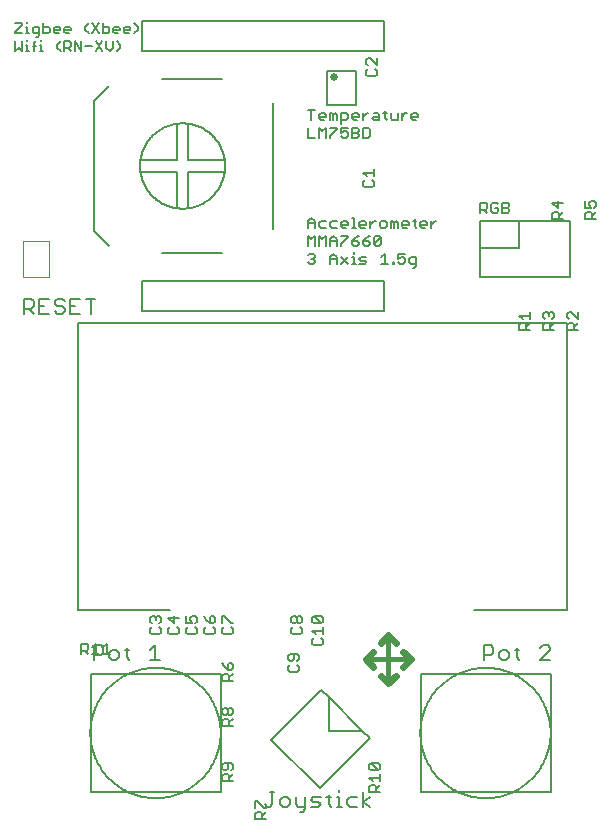
<source format=gto>
G75*
%MOIN*%
%OFA0B0*%
%FSLAX25Y25*%
%IPPOS*%
%LPD*%
%AMOC8*
5,1,8,0,0,1.08239X$1,22.5*
%
%ADD10C,0.00700*%
%ADD11C,0.01600*%
%ADD12C,0.02400*%
%ADD13C,0.00500*%
%ADD14C,0.02559*%
%ADD15C,0.00800*%
%ADD16C,0.00394*%
D10*
X0091350Y0008167D02*
X0092167Y0007350D01*
X0092985Y0007350D01*
X0093802Y0008167D01*
X0093802Y0012254D01*
X0092985Y0012254D02*
X0094619Y0012254D01*
X0097324Y0007350D02*
X0098958Y0007350D01*
X0099776Y0008167D01*
X0099776Y0009802D01*
X0098958Y0010619D01*
X0097324Y0010619D01*
X0096506Y0009802D01*
X0096506Y0008167D01*
X0097324Y0007350D01*
X0101663Y0010619D02*
X0101663Y0008167D01*
X0102480Y0007350D01*
X0104932Y0007350D01*
X0104932Y0010619D02*
X0104932Y0006533D01*
X0104115Y0005715D01*
X0103298Y0005715D01*
X0106819Y0007350D02*
X0109271Y0007350D01*
X0110089Y0008167D01*
X0109271Y0008985D01*
X0107637Y0008985D01*
X0106819Y0009802D01*
X0107637Y0010619D01*
X0110089Y0010619D01*
X0112793Y0011437D02*
X0112793Y0008167D01*
X0113610Y0007350D01*
X0113610Y0010619D02*
X0111976Y0010619D01*
X0115413Y0010619D02*
X0116231Y0010619D01*
X0116231Y0007350D01*
X0117048Y0007350D02*
X0115413Y0007350D01*
X0116231Y0012254D02*
X0116231Y0013072D01*
X0122120Y0010619D02*
X0119668Y0010619D01*
X0118851Y0009802D01*
X0118851Y0008167D01*
X0119668Y0007350D01*
X0122120Y0007350D01*
X0124007Y0007350D02*
X0124007Y0012254D01*
X0126459Y0007350D02*
X0124007Y0008985D01*
X0126459Y0010619D01*
X0034350Y0056350D02*
X0034350Y0061254D01*
X0036802Y0061254D01*
X0037619Y0060437D01*
X0037619Y0058802D01*
X0036802Y0057985D01*
X0034350Y0057985D01*
X0040324Y0056350D02*
X0041958Y0056350D01*
X0042776Y0057167D01*
X0042776Y0058802D01*
X0041958Y0059619D01*
X0040324Y0059619D01*
X0039506Y0058802D01*
X0039506Y0057167D01*
X0040324Y0056350D01*
X0045480Y0060437D02*
X0045480Y0057167D01*
X0046298Y0056350D01*
X0046298Y0059619D02*
X0044663Y0059619D01*
X0053257Y0059619D02*
X0054892Y0061254D01*
X0054892Y0056350D01*
X0056526Y0056350D02*
X0053257Y0056350D01*
X0164350Y0056350D02*
X0164350Y0061254D01*
X0166802Y0061254D01*
X0167619Y0060437D01*
X0167619Y0058802D01*
X0166802Y0057985D01*
X0164350Y0057985D01*
X0170324Y0056350D02*
X0171958Y0056350D01*
X0172776Y0057167D01*
X0172776Y0058802D01*
X0171958Y0059619D01*
X0170324Y0059619D01*
X0169506Y0058802D01*
X0169506Y0057167D01*
X0170324Y0056350D01*
X0175480Y0060437D02*
X0175480Y0057167D01*
X0176298Y0056350D01*
X0176298Y0059619D02*
X0174663Y0059619D01*
X0186526Y0056350D02*
X0183257Y0056350D01*
X0186526Y0059619D01*
X0186526Y0060437D01*
X0185709Y0061254D01*
X0184074Y0061254D01*
X0183257Y0060437D01*
X0011068Y0171750D02*
X0011068Y0176654D01*
X0013520Y0176654D01*
X0014337Y0175837D01*
X0014337Y0174202D01*
X0013520Y0173385D01*
X0011068Y0173385D01*
X0012703Y0173385D02*
X0014337Y0171750D01*
X0019494Y0176654D02*
X0016224Y0176654D01*
X0016224Y0171750D01*
X0019494Y0171750D01*
X0017859Y0174202D02*
X0016224Y0174202D01*
X0024650Y0175837D02*
X0023833Y0176654D01*
X0022198Y0176654D01*
X0021381Y0175837D01*
X0021381Y0175019D01*
X0022198Y0174202D01*
X0023833Y0174202D01*
X0024650Y0173385D01*
X0024650Y0172567D01*
X0023833Y0171750D01*
X0022198Y0171750D01*
X0021381Y0172567D01*
X0029807Y0176654D02*
X0026537Y0176654D01*
X0026537Y0171750D01*
X0029807Y0171750D01*
X0028172Y0174202D02*
X0026537Y0174202D01*
X0033328Y0171750D02*
X0033328Y0176654D01*
X0031694Y0176654D02*
X0034963Y0176654D01*
D11*
X0132500Y0064500D02*
X0132500Y0048500D01*
X0125000Y0056500D02*
X0140000Y0056500D01*
D12*
X0127500Y0059000D02*
X0125000Y0056500D01*
X0127500Y0054000D01*
X0137500Y0059000D02*
X0140000Y0056500D01*
X0137500Y0054000D01*
X0130000Y0051000D02*
X0132500Y0048500D01*
X0135000Y0051000D01*
X0130000Y0062000D02*
X0132500Y0064500D01*
X0135000Y0062000D01*
D13*
X0106918Y0236250D02*
X0106918Y0239753D01*
X0108085Y0239753D02*
X0105750Y0239753D01*
X0111185Y0236250D02*
X0110017Y0236250D01*
X0109433Y0236834D01*
X0109433Y0238001D01*
X0110017Y0238585D01*
X0111185Y0238585D01*
X0111768Y0238001D01*
X0111768Y0237418D01*
X0109433Y0237418D01*
X0113116Y0236250D02*
X0113116Y0238585D01*
X0113700Y0238585D01*
X0114284Y0238001D01*
X0114284Y0236250D01*
X0114284Y0238001D02*
X0114868Y0238585D01*
X0115452Y0238001D01*
X0115452Y0236250D01*
X0116799Y0235082D02*
X0116799Y0238585D01*
X0118551Y0238585D01*
X0119135Y0238001D01*
X0119135Y0236834D01*
X0118551Y0236250D01*
X0116799Y0236250D01*
X0122234Y0236250D02*
X0121066Y0236250D01*
X0120483Y0236834D01*
X0120483Y0238001D01*
X0121066Y0238585D01*
X0122234Y0238585D01*
X0122818Y0238001D01*
X0122818Y0237418D01*
X0120483Y0237418D01*
X0124166Y0236250D02*
X0124166Y0238585D01*
X0124166Y0237418D02*
X0125333Y0238585D01*
X0125917Y0238585D01*
X0127819Y0238585D02*
X0128986Y0238585D01*
X0129570Y0238001D01*
X0129570Y0236250D01*
X0127819Y0236250D01*
X0127235Y0236834D01*
X0127819Y0237418D01*
X0129570Y0237418D01*
X0131502Y0239169D02*
X0131502Y0236834D01*
X0132086Y0236250D01*
X0132086Y0238585D02*
X0130918Y0238585D01*
X0133374Y0238585D02*
X0133374Y0236834D01*
X0133957Y0236250D01*
X0135709Y0236250D01*
X0135709Y0238585D01*
X0137057Y0238585D02*
X0137057Y0236250D01*
X0137057Y0237418D02*
X0138224Y0238585D01*
X0138808Y0238585D01*
X0141877Y0236250D02*
X0140710Y0236250D01*
X0140126Y0236834D01*
X0140126Y0238001D01*
X0140710Y0238585D01*
X0141877Y0238585D01*
X0142461Y0238001D01*
X0142461Y0237418D01*
X0140126Y0237418D01*
X0105750Y0233753D02*
X0105750Y0230250D01*
X0108085Y0230250D01*
X0109433Y0230250D02*
X0109433Y0233753D01*
X0110601Y0232585D01*
X0111768Y0233753D01*
X0111768Y0230250D01*
X0113116Y0233753D02*
X0115452Y0233753D01*
X0115452Y0233169D01*
X0113116Y0230834D01*
X0113116Y0230250D01*
X0119135Y0233753D02*
X0116799Y0233753D01*
X0116799Y0232001D01*
X0117967Y0232585D01*
X0118551Y0232585D01*
X0119135Y0232001D01*
X0119135Y0230834D01*
X0118551Y0230250D01*
X0117383Y0230250D01*
X0116799Y0230834D01*
X0120483Y0230250D02*
X0120483Y0233753D01*
X0122234Y0233753D01*
X0122818Y0233169D01*
X0122818Y0232585D01*
X0122234Y0232001D01*
X0122818Y0231418D01*
X0122818Y0230834D01*
X0122234Y0230250D01*
X0120483Y0230250D01*
X0120483Y0232001D02*
X0122234Y0232001D01*
X0124166Y0233753D02*
X0124166Y0230250D01*
X0125917Y0230250D01*
X0126501Y0230834D01*
X0126501Y0233169D01*
X0125917Y0233753D01*
X0124166Y0233753D01*
X0105750Y0200250D02*
X0105750Y0202585D01*
X0106918Y0203753D01*
X0108085Y0202585D01*
X0108085Y0200250D01*
X0108085Y0202001D02*
X0105750Y0202001D01*
X0111768Y0202585D02*
X0110017Y0202585D01*
X0109433Y0202001D01*
X0109433Y0200834D01*
X0110017Y0200250D01*
X0111768Y0200250D01*
X0115452Y0202585D02*
X0113700Y0202585D01*
X0113116Y0202001D01*
X0113116Y0200834D01*
X0113700Y0200250D01*
X0115452Y0200250D01*
X0118551Y0200250D02*
X0117383Y0200250D01*
X0116799Y0200834D01*
X0116799Y0202001D01*
X0117383Y0202585D01*
X0118551Y0202585D01*
X0119135Y0202001D01*
X0119135Y0201418D01*
X0116799Y0201418D01*
X0120483Y0203753D02*
X0121066Y0203753D01*
X0121066Y0200250D01*
X0120483Y0200250D02*
X0121650Y0200250D01*
X0124689Y0200250D02*
X0123522Y0200250D01*
X0122938Y0200834D01*
X0122938Y0202001D01*
X0123522Y0202585D01*
X0124689Y0202585D01*
X0125273Y0202001D01*
X0125273Y0201418D01*
X0122938Y0201418D01*
X0126621Y0200250D02*
X0126621Y0202585D01*
X0126621Y0201418D02*
X0127789Y0202585D01*
X0128373Y0202585D01*
X0130274Y0200250D02*
X0131442Y0200250D01*
X0132026Y0200834D01*
X0132026Y0202001D01*
X0131442Y0202585D01*
X0130274Y0202585D01*
X0129690Y0202001D01*
X0129690Y0200834D01*
X0130274Y0200250D01*
X0133374Y0200250D02*
X0133374Y0202585D01*
X0133957Y0202585D01*
X0134541Y0202001D01*
X0134541Y0200250D01*
X0134541Y0202001D02*
X0135125Y0202585D01*
X0135709Y0202001D01*
X0135709Y0200250D01*
X0138808Y0200250D02*
X0137641Y0200250D01*
X0137057Y0200834D01*
X0137057Y0202001D01*
X0137641Y0202585D01*
X0138808Y0202585D01*
X0139392Y0202001D01*
X0139392Y0201418D01*
X0137057Y0201418D01*
X0141324Y0203169D02*
X0141324Y0200834D01*
X0141908Y0200250D01*
X0141908Y0202585D02*
X0140740Y0202585D01*
X0144947Y0200250D02*
X0143779Y0200250D01*
X0143195Y0200834D01*
X0143195Y0202001D01*
X0143779Y0202585D01*
X0144947Y0202585D01*
X0145531Y0202001D01*
X0145531Y0201418D01*
X0143195Y0201418D01*
X0146878Y0200250D02*
X0146878Y0202585D01*
X0146878Y0201418D02*
X0148046Y0202585D01*
X0148630Y0202585D01*
X0105750Y0194250D02*
X0105750Y0197753D01*
X0106918Y0196585D01*
X0108085Y0197753D01*
X0108085Y0194250D01*
X0109433Y0194250D02*
X0109433Y0197753D01*
X0110601Y0196585D01*
X0111768Y0197753D01*
X0111768Y0194250D01*
X0113116Y0194250D02*
X0113116Y0196585D01*
X0114284Y0197753D01*
X0115452Y0196585D01*
X0115452Y0194250D01*
X0115452Y0196001D02*
X0113116Y0196001D01*
X0116799Y0197753D02*
X0119135Y0197753D01*
X0119135Y0197169D01*
X0116799Y0194834D01*
X0116799Y0194250D01*
X0122818Y0197753D02*
X0121650Y0197169D01*
X0120483Y0196001D01*
X0120483Y0194834D01*
X0121066Y0194250D01*
X0122234Y0194250D01*
X0122818Y0194834D01*
X0122818Y0195418D01*
X0122234Y0196001D01*
X0120483Y0196001D01*
X0126501Y0197753D02*
X0125333Y0197169D01*
X0124166Y0196001D01*
X0124166Y0194834D01*
X0124750Y0194250D01*
X0125917Y0194250D01*
X0126501Y0194834D01*
X0126501Y0195418D01*
X0125917Y0196001D01*
X0124166Y0196001D01*
X0127849Y0194834D02*
X0127849Y0197169D01*
X0128433Y0197753D01*
X0129600Y0197753D01*
X0130184Y0197169D01*
X0130184Y0194834D01*
X0129600Y0194250D01*
X0128433Y0194250D01*
X0127849Y0194834D01*
X0130184Y0197169D01*
X0105750Y0191169D02*
X0106334Y0191753D01*
X0107501Y0191753D01*
X0108085Y0191169D01*
X0108085Y0190585D01*
X0107501Y0190001D01*
X0106918Y0190001D01*
X0107501Y0190001D02*
X0108085Y0189418D01*
X0108085Y0188834D01*
X0107501Y0188250D01*
X0106334Y0188250D01*
X0105750Y0188834D01*
X0113116Y0188250D02*
X0113116Y0190585D01*
X0114284Y0191753D01*
X0115452Y0190585D01*
X0115452Y0188250D01*
X0115452Y0190001D02*
X0113116Y0190001D01*
X0116799Y0190585D02*
X0119135Y0188250D01*
X0119135Y0190585D02*
X0116799Y0188250D01*
X0120483Y0190585D02*
X0121066Y0190585D01*
X0121066Y0188250D01*
X0120483Y0188250D02*
X0121650Y0188250D01*
X0121066Y0191753D02*
X0121066Y0192337D01*
X0122938Y0188250D02*
X0124689Y0188250D01*
X0125273Y0188834D01*
X0124689Y0189418D01*
X0123522Y0189418D01*
X0122938Y0190001D01*
X0123522Y0190585D01*
X0125273Y0190585D01*
X0130304Y0190585D02*
X0131472Y0191753D01*
X0131472Y0188250D01*
X0130304Y0188250D02*
X0132640Y0188250D01*
X0133987Y0188250D02*
X0133987Y0188834D01*
X0134571Y0188834D01*
X0134571Y0188250D01*
X0133987Y0188250D01*
X0138164Y0191753D02*
X0135829Y0191753D01*
X0135829Y0190001D01*
X0136997Y0190585D01*
X0137580Y0190585D01*
X0138164Y0190001D01*
X0138164Y0188834D01*
X0137580Y0188250D01*
X0136413Y0188250D01*
X0135829Y0188834D01*
X0140680Y0187082D02*
X0141264Y0187082D01*
X0141847Y0187666D01*
X0141847Y0190585D01*
X0140096Y0190585D01*
X0139512Y0190001D01*
X0139512Y0188834D01*
X0140096Y0188250D01*
X0141847Y0188250D01*
X0008250Y0268553D02*
X0010452Y0268553D01*
X0010452Y0268002D01*
X0008250Y0265800D01*
X0008250Y0265250D01*
X0010452Y0265250D01*
X0011749Y0267452D02*
X0012299Y0267452D01*
X0012299Y0265250D01*
X0011749Y0265250D02*
X0012850Y0265250D01*
X0012299Y0268553D02*
X0012299Y0269103D01*
X0015183Y0264149D02*
X0015733Y0264149D01*
X0016284Y0264700D01*
X0016284Y0267452D01*
X0014632Y0267452D01*
X0014082Y0266901D01*
X0014082Y0265800D01*
X0014632Y0265250D01*
X0016284Y0265250D01*
X0017581Y0268553D02*
X0017581Y0265250D01*
X0019232Y0265250D01*
X0019782Y0265800D01*
X0019782Y0266901D01*
X0019232Y0267452D01*
X0017581Y0267452D01*
X0022731Y0265250D02*
X0021630Y0265250D01*
X0021080Y0265800D01*
X0021080Y0266901D01*
X0021630Y0267452D01*
X0022731Y0267452D01*
X0023281Y0266901D01*
X0023281Y0266351D01*
X0021080Y0266351D01*
X0026230Y0265250D02*
X0025129Y0265250D01*
X0024579Y0265800D01*
X0024579Y0266901D01*
X0025129Y0267452D01*
X0026230Y0267452D01*
X0026780Y0266901D01*
X0026780Y0266351D01*
X0024579Y0266351D01*
X0032677Y0265250D02*
X0031577Y0266351D01*
X0031577Y0267452D01*
X0032677Y0268553D01*
X0033909Y0268553D02*
X0036111Y0265250D01*
X0033909Y0265250D02*
X0036111Y0268553D01*
X0037408Y0268553D02*
X0037408Y0265250D01*
X0039060Y0265250D01*
X0039610Y0265800D01*
X0039610Y0266901D01*
X0039060Y0267452D01*
X0037408Y0267452D01*
X0042559Y0265250D02*
X0041458Y0265250D01*
X0040907Y0265800D01*
X0040907Y0266901D01*
X0041458Y0267452D01*
X0042559Y0267452D01*
X0043109Y0266901D01*
X0043109Y0266351D01*
X0040907Y0266351D01*
X0046058Y0265250D02*
X0044957Y0265250D01*
X0044406Y0265800D01*
X0044406Y0266901D01*
X0044957Y0267452D01*
X0046058Y0267452D01*
X0046608Y0266901D01*
X0046608Y0266351D01*
X0044406Y0266351D01*
X0047905Y0265250D02*
X0049006Y0266351D01*
X0049006Y0267452D01*
X0047905Y0268553D01*
X0008250Y0262553D02*
X0008250Y0259250D01*
X0009351Y0260351D01*
X0010452Y0259250D01*
X0010452Y0262553D01*
X0011749Y0261452D02*
X0012299Y0261452D01*
X0012299Y0259250D01*
X0011749Y0259250D02*
X0012850Y0259250D01*
X0012299Y0262553D02*
X0012299Y0263103D01*
X0014632Y0259250D02*
X0014632Y0262002D01*
X0015183Y0262553D01*
X0015183Y0260901D02*
X0014082Y0260901D01*
X0016414Y0261452D02*
X0016965Y0261452D01*
X0016965Y0259250D01*
X0017515Y0259250D02*
X0016414Y0259250D01*
X0016965Y0262553D02*
X0016965Y0263103D01*
X0023347Y0259250D02*
X0022246Y0260351D01*
X0022246Y0261452D01*
X0023347Y0262553D01*
X0024579Y0259250D02*
X0024579Y0262553D01*
X0026230Y0262553D01*
X0026780Y0262002D01*
X0026780Y0260901D01*
X0026230Y0260351D01*
X0024579Y0260351D01*
X0025680Y0260351D02*
X0026780Y0259250D01*
X0028078Y0259250D02*
X0028078Y0262553D01*
X0030279Y0259250D01*
X0030279Y0262553D01*
X0031577Y0260901D02*
X0033778Y0260901D01*
X0035076Y0262553D02*
X0037277Y0259250D01*
X0035076Y0259250D02*
X0037277Y0262553D01*
X0038574Y0262553D02*
X0038574Y0260351D01*
X0039675Y0259250D01*
X0040776Y0260351D01*
X0040776Y0262553D01*
X0042073Y0259250D02*
X0043174Y0260351D01*
X0043174Y0261452D01*
X0042073Y0262553D01*
X0163250Y0205250D02*
X0163250Y0208753D01*
X0165001Y0208753D01*
X0165585Y0208169D01*
X0165585Y0207001D01*
X0165001Y0206418D01*
X0163250Y0206418D01*
X0164418Y0206418D02*
X0165585Y0205250D01*
X0169268Y0208169D02*
X0168685Y0208753D01*
X0167517Y0208753D01*
X0166933Y0208169D01*
X0166933Y0205834D01*
X0167517Y0205250D01*
X0168685Y0205250D01*
X0169268Y0205834D01*
X0169268Y0207001D01*
X0168101Y0207001D01*
X0170616Y0205250D02*
X0170616Y0208753D01*
X0172368Y0208753D01*
X0172952Y0208169D01*
X0172952Y0207585D01*
X0172368Y0207001D01*
X0172952Y0206418D01*
X0172952Y0205834D01*
X0172368Y0205250D01*
X0170616Y0205250D01*
X0170616Y0207001D02*
X0172368Y0207001D01*
X0143279Y0032000D02*
X0143286Y0032533D01*
X0143305Y0033066D01*
X0143338Y0033598D01*
X0143384Y0034129D01*
X0143442Y0034659D01*
X0143514Y0035187D01*
X0143599Y0035713D01*
X0143696Y0036238D01*
X0143807Y0036759D01*
X0143930Y0037278D01*
X0144066Y0037793D01*
X0144214Y0038305D01*
X0144375Y0038813D01*
X0144549Y0039318D01*
X0144734Y0039817D01*
X0144932Y0040312D01*
X0145142Y0040802D01*
X0145364Y0041287D01*
X0145598Y0041766D01*
X0145844Y0042239D01*
X0146101Y0042706D01*
X0146369Y0043167D01*
X0146649Y0043621D01*
X0146940Y0044068D01*
X0147241Y0044507D01*
X0147554Y0044939D01*
X0147876Y0045363D01*
X0148209Y0045780D01*
X0148553Y0046188D01*
X0148906Y0046587D01*
X0149269Y0046978D01*
X0149641Y0047359D01*
X0150022Y0047731D01*
X0150413Y0048094D01*
X0150812Y0048447D01*
X0151220Y0048791D01*
X0151637Y0049124D01*
X0152061Y0049446D01*
X0152493Y0049759D01*
X0152932Y0050060D01*
X0153379Y0050351D01*
X0153833Y0050631D01*
X0154294Y0050899D01*
X0154761Y0051156D01*
X0155234Y0051402D01*
X0155713Y0051636D01*
X0156198Y0051858D01*
X0156688Y0052068D01*
X0157183Y0052266D01*
X0157682Y0052451D01*
X0158187Y0052625D01*
X0158695Y0052786D01*
X0159207Y0052934D01*
X0159722Y0053070D01*
X0160241Y0053193D01*
X0160762Y0053304D01*
X0161287Y0053401D01*
X0161813Y0053486D01*
X0162341Y0053558D01*
X0162871Y0053616D01*
X0163402Y0053662D01*
X0163934Y0053695D01*
X0164467Y0053714D01*
X0165000Y0053721D01*
X0165533Y0053714D01*
X0166066Y0053695D01*
X0166598Y0053662D01*
X0167129Y0053616D01*
X0167659Y0053558D01*
X0168187Y0053486D01*
X0168713Y0053401D01*
X0169238Y0053304D01*
X0169759Y0053193D01*
X0170278Y0053070D01*
X0170793Y0052934D01*
X0171305Y0052786D01*
X0171813Y0052625D01*
X0172318Y0052451D01*
X0172817Y0052266D01*
X0173312Y0052068D01*
X0173802Y0051858D01*
X0174287Y0051636D01*
X0174766Y0051402D01*
X0175239Y0051156D01*
X0175706Y0050899D01*
X0176167Y0050631D01*
X0176621Y0050351D01*
X0177068Y0050060D01*
X0177507Y0049759D01*
X0177939Y0049446D01*
X0178363Y0049124D01*
X0178780Y0048791D01*
X0179188Y0048447D01*
X0179587Y0048094D01*
X0179978Y0047731D01*
X0180359Y0047359D01*
X0180731Y0046978D01*
X0181094Y0046587D01*
X0181447Y0046188D01*
X0181791Y0045780D01*
X0182124Y0045363D01*
X0182446Y0044939D01*
X0182759Y0044507D01*
X0183060Y0044068D01*
X0183351Y0043621D01*
X0183631Y0043167D01*
X0183899Y0042706D01*
X0184156Y0042239D01*
X0184402Y0041766D01*
X0184636Y0041287D01*
X0184858Y0040802D01*
X0185068Y0040312D01*
X0185266Y0039817D01*
X0185451Y0039318D01*
X0185625Y0038813D01*
X0185786Y0038305D01*
X0185934Y0037793D01*
X0186070Y0037278D01*
X0186193Y0036759D01*
X0186304Y0036238D01*
X0186401Y0035713D01*
X0186486Y0035187D01*
X0186558Y0034659D01*
X0186616Y0034129D01*
X0186662Y0033598D01*
X0186695Y0033066D01*
X0186714Y0032533D01*
X0186721Y0032000D01*
X0186714Y0031467D01*
X0186695Y0030934D01*
X0186662Y0030402D01*
X0186616Y0029871D01*
X0186558Y0029341D01*
X0186486Y0028813D01*
X0186401Y0028287D01*
X0186304Y0027762D01*
X0186193Y0027241D01*
X0186070Y0026722D01*
X0185934Y0026207D01*
X0185786Y0025695D01*
X0185625Y0025187D01*
X0185451Y0024682D01*
X0185266Y0024183D01*
X0185068Y0023688D01*
X0184858Y0023198D01*
X0184636Y0022713D01*
X0184402Y0022234D01*
X0184156Y0021761D01*
X0183899Y0021294D01*
X0183631Y0020833D01*
X0183351Y0020379D01*
X0183060Y0019932D01*
X0182759Y0019493D01*
X0182446Y0019061D01*
X0182124Y0018637D01*
X0181791Y0018220D01*
X0181447Y0017812D01*
X0181094Y0017413D01*
X0180731Y0017022D01*
X0180359Y0016641D01*
X0179978Y0016269D01*
X0179587Y0015906D01*
X0179188Y0015553D01*
X0178780Y0015209D01*
X0178363Y0014876D01*
X0177939Y0014554D01*
X0177507Y0014241D01*
X0177068Y0013940D01*
X0176621Y0013649D01*
X0176167Y0013369D01*
X0175706Y0013101D01*
X0175239Y0012844D01*
X0174766Y0012598D01*
X0174287Y0012364D01*
X0173802Y0012142D01*
X0173312Y0011932D01*
X0172817Y0011734D01*
X0172318Y0011549D01*
X0171813Y0011375D01*
X0171305Y0011214D01*
X0170793Y0011066D01*
X0170278Y0010930D01*
X0169759Y0010807D01*
X0169238Y0010696D01*
X0168713Y0010599D01*
X0168187Y0010514D01*
X0167659Y0010442D01*
X0167129Y0010384D01*
X0166598Y0010338D01*
X0166066Y0010305D01*
X0165533Y0010286D01*
X0165000Y0010279D01*
X0164467Y0010286D01*
X0163934Y0010305D01*
X0163402Y0010338D01*
X0162871Y0010384D01*
X0162341Y0010442D01*
X0161813Y0010514D01*
X0161287Y0010599D01*
X0160762Y0010696D01*
X0160241Y0010807D01*
X0159722Y0010930D01*
X0159207Y0011066D01*
X0158695Y0011214D01*
X0158187Y0011375D01*
X0157682Y0011549D01*
X0157183Y0011734D01*
X0156688Y0011932D01*
X0156198Y0012142D01*
X0155713Y0012364D01*
X0155234Y0012598D01*
X0154761Y0012844D01*
X0154294Y0013101D01*
X0153833Y0013369D01*
X0153379Y0013649D01*
X0152932Y0013940D01*
X0152493Y0014241D01*
X0152061Y0014554D01*
X0151637Y0014876D01*
X0151220Y0015209D01*
X0150812Y0015553D01*
X0150413Y0015906D01*
X0150022Y0016269D01*
X0149641Y0016641D01*
X0149269Y0017022D01*
X0148906Y0017413D01*
X0148553Y0017812D01*
X0148209Y0018220D01*
X0147876Y0018637D01*
X0147554Y0019061D01*
X0147241Y0019493D01*
X0146940Y0019932D01*
X0146649Y0020379D01*
X0146369Y0020833D01*
X0146101Y0021294D01*
X0145844Y0021761D01*
X0145598Y0022234D01*
X0145364Y0022713D01*
X0145142Y0023198D01*
X0144932Y0023688D01*
X0144734Y0024183D01*
X0144549Y0024682D01*
X0144375Y0025187D01*
X0144214Y0025695D01*
X0144066Y0026207D01*
X0143930Y0026722D01*
X0143807Y0027241D01*
X0143696Y0027762D01*
X0143599Y0028287D01*
X0143514Y0028813D01*
X0143442Y0029341D01*
X0143384Y0029871D01*
X0143338Y0030402D01*
X0143305Y0030934D01*
X0143286Y0031467D01*
X0143279Y0032000D01*
X0143346Y0012315D02*
X0186654Y0012315D01*
X0186654Y0051685D01*
X0143346Y0051685D01*
X0143346Y0012315D01*
X0033279Y0032000D02*
X0033286Y0032533D01*
X0033305Y0033066D01*
X0033338Y0033598D01*
X0033384Y0034129D01*
X0033442Y0034659D01*
X0033514Y0035187D01*
X0033599Y0035713D01*
X0033696Y0036238D01*
X0033807Y0036759D01*
X0033930Y0037278D01*
X0034066Y0037793D01*
X0034214Y0038305D01*
X0034375Y0038813D01*
X0034549Y0039318D01*
X0034734Y0039817D01*
X0034932Y0040312D01*
X0035142Y0040802D01*
X0035364Y0041287D01*
X0035598Y0041766D01*
X0035844Y0042239D01*
X0036101Y0042706D01*
X0036369Y0043167D01*
X0036649Y0043621D01*
X0036940Y0044068D01*
X0037241Y0044507D01*
X0037554Y0044939D01*
X0037876Y0045363D01*
X0038209Y0045780D01*
X0038553Y0046188D01*
X0038906Y0046587D01*
X0039269Y0046978D01*
X0039641Y0047359D01*
X0040022Y0047731D01*
X0040413Y0048094D01*
X0040812Y0048447D01*
X0041220Y0048791D01*
X0041637Y0049124D01*
X0042061Y0049446D01*
X0042493Y0049759D01*
X0042932Y0050060D01*
X0043379Y0050351D01*
X0043833Y0050631D01*
X0044294Y0050899D01*
X0044761Y0051156D01*
X0045234Y0051402D01*
X0045713Y0051636D01*
X0046198Y0051858D01*
X0046688Y0052068D01*
X0047183Y0052266D01*
X0047682Y0052451D01*
X0048187Y0052625D01*
X0048695Y0052786D01*
X0049207Y0052934D01*
X0049722Y0053070D01*
X0050241Y0053193D01*
X0050762Y0053304D01*
X0051287Y0053401D01*
X0051813Y0053486D01*
X0052341Y0053558D01*
X0052871Y0053616D01*
X0053402Y0053662D01*
X0053934Y0053695D01*
X0054467Y0053714D01*
X0055000Y0053721D01*
X0055533Y0053714D01*
X0056066Y0053695D01*
X0056598Y0053662D01*
X0057129Y0053616D01*
X0057659Y0053558D01*
X0058187Y0053486D01*
X0058713Y0053401D01*
X0059238Y0053304D01*
X0059759Y0053193D01*
X0060278Y0053070D01*
X0060793Y0052934D01*
X0061305Y0052786D01*
X0061813Y0052625D01*
X0062318Y0052451D01*
X0062817Y0052266D01*
X0063312Y0052068D01*
X0063802Y0051858D01*
X0064287Y0051636D01*
X0064766Y0051402D01*
X0065239Y0051156D01*
X0065706Y0050899D01*
X0066167Y0050631D01*
X0066621Y0050351D01*
X0067068Y0050060D01*
X0067507Y0049759D01*
X0067939Y0049446D01*
X0068363Y0049124D01*
X0068780Y0048791D01*
X0069188Y0048447D01*
X0069587Y0048094D01*
X0069978Y0047731D01*
X0070359Y0047359D01*
X0070731Y0046978D01*
X0071094Y0046587D01*
X0071447Y0046188D01*
X0071791Y0045780D01*
X0072124Y0045363D01*
X0072446Y0044939D01*
X0072759Y0044507D01*
X0073060Y0044068D01*
X0073351Y0043621D01*
X0073631Y0043167D01*
X0073899Y0042706D01*
X0074156Y0042239D01*
X0074402Y0041766D01*
X0074636Y0041287D01*
X0074858Y0040802D01*
X0075068Y0040312D01*
X0075266Y0039817D01*
X0075451Y0039318D01*
X0075625Y0038813D01*
X0075786Y0038305D01*
X0075934Y0037793D01*
X0076070Y0037278D01*
X0076193Y0036759D01*
X0076304Y0036238D01*
X0076401Y0035713D01*
X0076486Y0035187D01*
X0076558Y0034659D01*
X0076616Y0034129D01*
X0076662Y0033598D01*
X0076695Y0033066D01*
X0076714Y0032533D01*
X0076721Y0032000D01*
X0076714Y0031467D01*
X0076695Y0030934D01*
X0076662Y0030402D01*
X0076616Y0029871D01*
X0076558Y0029341D01*
X0076486Y0028813D01*
X0076401Y0028287D01*
X0076304Y0027762D01*
X0076193Y0027241D01*
X0076070Y0026722D01*
X0075934Y0026207D01*
X0075786Y0025695D01*
X0075625Y0025187D01*
X0075451Y0024682D01*
X0075266Y0024183D01*
X0075068Y0023688D01*
X0074858Y0023198D01*
X0074636Y0022713D01*
X0074402Y0022234D01*
X0074156Y0021761D01*
X0073899Y0021294D01*
X0073631Y0020833D01*
X0073351Y0020379D01*
X0073060Y0019932D01*
X0072759Y0019493D01*
X0072446Y0019061D01*
X0072124Y0018637D01*
X0071791Y0018220D01*
X0071447Y0017812D01*
X0071094Y0017413D01*
X0070731Y0017022D01*
X0070359Y0016641D01*
X0069978Y0016269D01*
X0069587Y0015906D01*
X0069188Y0015553D01*
X0068780Y0015209D01*
X0068363Y0014876D01*
X0067939Y0014554D01*
X0067507Y0014241D01*
X0067068Y0013940D01*
X0066621Y0013649D01*
X0066167Y0013369D01*
X0065706Y0013101D01*
X0065239Y0012844D01*
X0064766Y0012598D01*
X0064287Y0012364D01*
X0063802Y0012142D01*
X0063312Y0011932D01*
X0062817Y0011734D01*
X0062318Y0011549D01*
X0061813Y0011375D01*
X0061305Y0011214D01*
X0060793Y0011066D01*
X0060278Y0010930D01*
X0059759Y0010807D01*
X0059238Y0010696D01*
X0058713Y0010599D01*
X0058187Y0010514D01*
X0057659Y0010442D01*
X0057129Y0010384D01*
X0056598Y0010338D01*
X0056066Y0010305D01*
X0055533Y0010286D01*
X0055000Y0010279D01*
X0054467Y0010286D01*
X0053934Y0010305D01*
X0053402Y0010338D01*
X0052871Y0010384D01*
X0052341Y0010442D01*
X0051813Y0010514D01*
X0051287Y0010599D01*
X0050762Y0010696D01*
X0050241Y0010807D01*
X0049722Y0010930D01*
X0049207Y0011066D01*
X0048695Y0011214D01*
X0048187Y0011375D01*
X0047682Y0011549D01*
X0047183Y0011734D01*
X0046688Y0011932D01*
X0046198Y0012142D01*
X0045713Y0012364D01*
X0045234Y0012598D01*
X0044761Y0012844D01*
X0044294Y0013101D01*
X0043833Y0013369D01*
X0043379Y0013649D01*
X0042932Y0013940D01*
X0042493Y0014241D01*
X0042061Y0014554D01*
X0041637Y0014876D01*
X0041220Y0015209D01*
X0040812Y0015553D01*
X0040413Y0015906D01*
X0040022Y0016269D01*
X0039641Y0016641D01*
X0039269Y0017022D01*
X0038906Y0017413D01*
X0038553Y0017812D01*
X0038209Y0018220D01*
X0037876Y0018637D01*
X0037554Y0019061D01*
X0037241Y0019493D01*
X0036940Y0019932D01*
X0036649Y0020379D01*
X0036369Y0020833D01*
X0036101Y0021294D01*
X0035844Y0021761D01*
X0035598Y0022234D01*
X0035364Y0022713D01*
X0035142Y0023198D01*
X0034932Y0023688D01*
X0034734Y0024183D01*
X0034549Y0024682D01*
X0034375Y0025187D01*
X0034214Y0025695D01*
X0034066Y0026207D01*
X0033930Y0026722D01*
X0033807Y0027241D01*
X0033696Y0027762D01*
X0033599Y0028287D01*
X0033514Y0028813D01*
X0033442Y0029341D01*
X0033384Y0029871D01*
X0033338Y0030402D01*
X0033305Y0030934D01*
X0033286Y0031467D01*
X0033279Y0032000D01*
X0033346Y0012315D02*
X0076654Y0012315D01*
X0076654Y0051685D01*
X0033346Y0051685D01*
X0033346Y0012315D01*
X0110278Y0046425D02*
X0112784Y0043919D01*
X0123919Y0032784D01*
X0126425Y0030278D01*
X0109722Y0013575D01*
X0093575Y0029722D01*
X0110278Y0046425D01*
X0112784Y0043919D02*
X0112784Y0032784D01*
X0123919Y0032784D01*
X0049805Y0221000D02*
X0049809Y0221348D01*
X0049822Y0221697D01*
X0049843Y0222044D01*
X0049873Y0222391D01*
X0049912Y0222738D01*
X0049959Y0223083D01*
X0050014Y0223427D01*
X0050078Y0223769D01*
X0050150Y0224110D01*
X0050230Y0224449D01*
X0050319Y0224786D01*
X0050416Y0225121D01*
X0050521Y0225453D01*
X0050635Y0225782D01*
X0050756Y0226109D01*
X0050886Y0226432D01*
X0051023Y0226752D01*
X0051168Y0227069D01*
X0051321Y0227382D01*
X0051481Y0227691D01*
X0051649Y0227997D01*
X0051825Y0228298D01*
X0052007Y0228594D01*
X0052197Y0228886D01*
X0052394Y0229174D01*
X0052598Y0229456D01*
X0052809Y0229733D01*
X0053027Y0230005D01*
X0053251Y0230272D01*
X0053482Y0230533D01*
X0053719Y0230788D01*
X0053963Y0231037D01*
X0054212Y0231281D01*
X0054467Y0231518D01*
X0054728Y0231749D01*
X0054995Y0231973D01*
X0055267Y0232191D01*
X0055544Y0232402D01*
X0055826Y0232606D01*
X0056114Y0232803D01*
X0056406Y0232993D01*
X0056702Y0233175D01*
X0057003Y0233351D01*
X0057309Y0233519D01*
X0057618Y0233679D01*
X0057931Y0233832D01*
X0058248Y0233977D01*
X0058568Y0234114D01*
X0058891Y0234244D01*
X0059218Y0234365D01*
X0059547Y0234479D01*
X0059879Y0234584D01*
X0060214Y0234681D01*
X0060551Y0234770D01*
X0060890Y0234850D01*
X0061231Y0234922D01*
X0061573Y0234986D01*
X0061917Y0235041D01*
X0062262Y0235088D01*
X0062609Y0235127D01*
X0062956Y0235157D01*
X0063303Y0235178D01*
X0063652Y0235191D01*
X0064000Y0235195D01*
X0064348Y0235191D01*
X0064697Y0235178D01*
X0065044Y0235157D01*
X0065391Y0235127D01*
X0065738Y0235088D01*
X0066083Y0235041D01*
X0066427Y0234986D01*
X0066769Y0234922D01*
X0067110Y0234850D01*
X0067449Y0234770D01*
X0067786Y0234681D01*
X0068121Y0234584D01*
X0068453Y0234479D01*
X0068782Y0234365D01*
X0069109Y0234244D01*
X0069432Y0234114D01*
X0069752Y0233977D01*
X0070069Y0233832D01*
X0070382Y0233679D01*
X0070691Y0233519D01*
X0070997Y0233351D01*
X0071298Y0233175D01*
X0071594Y0232993D01*
X0071886Y0232803D01*
X0072174Y0232606D01*
X0072456Y0232402D01*
X0072733Y0232191D01*
X0073005Y0231973D01*
X0073272Y0231749D01*
X0073533Y0231518D01*
X0073788Y0231281D01*
X0074037Y0231037D01*
X0074281Y0230788D01*
X0074518Y0230533D01*
X0074749Y0230272D01*
X0074973Y0230005D01*
X0075191Y0229733D01*
X0075402Y0229456D01*
X0075606Y0229174D01*
X0075803Y0228886D01*
X0075993Y0228594D01*
X0076175Y0228298D01*
X0076351Y0227997D01*
X0076519Y0227691D01*
X0076679Y0227382D01*
X0076832Y0227069D01*
X0076977Y0226752D01*
X0077114Y0226432D01*
X0077244Y0226109D01*
X0077365Y0225782D01*
X0077479Y0225453D01*
X0077584Y0225121D01*
X0077681Y0224786D01*
X0077770Y0224449D01*
X0077850Y0224110D01*
X0077922Y0223769D01*
X0077986Y0223427D01*
X0078041Y0223083D01*
X0078088Y0222738D01*
X0078127Y0222391D01*
X0078157Y0222044D01*
X0078178Y0221697D01*
X0078191Y0221348D01*
X0078195Y0221000D01*
X0078191Y0220652D01*
X0078178Y0220303D01*
X0078157Y0219956D01*
X0078127Y0219609D01*
X0078088Y0219262D01*
X0078041Y0218917D01*
X0077986Y0218573D01*
X0077922Y0218231D01*
X0077850Y0217890D01*
X0077770Y0217551D01*
X0077681Y0217214D01*
X0077584Y0216879D01*
X0077479Y0216547D01*
X0077365Y0216218D01*
X0077244Y0215891D01*
X0077114Y0215568D01*
X0076977Y0215248D01*
X0076832Y0214931D01*
X0076679Y0214618D01*
X0076519Y0214309D01*
X0076351Y0214003D01*
X0076175Y0213702D01*
X0075993Y0213406D01*
X0075803Y0213114D01*
X0075606Y0212826D01*
X0075402Y0212544D01*
X0075191Y0212267D01*
X0074973Y0211995D01*
X0074749Y0211728D01*
X0074518Y0211467D01*
X0074281Y0211212D01*
X0074037Y0210963D01*
X0073788Y0210719D01*
X0073533Y0210482D01*
X0073272Y0210251D01*
X0073005Y0210027D01*
X0072733Y0209809D01*
X0072456Y0209598D01*
X0072174Y0209394D01*
X0071886Y0209197D01*
X0071594Y0209007D01*
X0071298Y0208825D01*
X0070997Y0208649D01*
X0070691Y0208481D01*
X0070382Y0208321D01*
X0070069Y0208168D01*
X0069752Y0208023D01*
X0069432Y0207886D01*
X0069109Y0207756D01*
X0068782Y0207635D01*
X0068453Y0207521D01*
X0068121Y0207416D01*
X0067786Y0207319D01*
X0067449Y0207230D01*
X0067110Y0207150D01*
X0066769Y0207078D01*
X0066427Y0207014D01*
X0066083Y0206959D01*
X0065738Y0206912D01*
X0065391Y0206873D01*
X0065044Y0206843D01*
X0064697Y0206822D01*
X0064348Y0206809D01*
X0064000Y0206805D01*
X0063652Y0206809D01*
X0063303Y0206822D01*
X0062956Y0206843D01*
X0062609Y0206873D01*
X0062262Y0206912D01*
X0061917Y0206959D01*
X0061573Y0207014D01*
X0061231Y0207078D01*
X0060890Y0207150D01*
X0060551Y0207230D01*
X0060214Y0207319D01*
X0059879Y0207416D01*
X0059547Y0207521D01*
X0059218Y0207635D01*
X0058891Y0207756D01*
X0058568Y0207886D01*
X0058248Y0208023D01*
X0057931Y0208168D01*
X0057618Y0208321D01*
X0057309Y0208481D01*
X0057003Y0208649D01*
X0056702Y0208825D01*
X0056406Y0209007D01*
X0056114Y0209197D01*
X0055826Y0209394D01*
X0055544Y0209598D01*
X0055267Y0209809D01*
X0054995Y0210027D01*
X0054728Y0210251D01*
X0054467Y0210482D01*
X0054212Y0210719D01*
X0053963Y0210963D01*
X0053719Y0211212D01*
X0053482Y0211467D01*
X0053251Y0211728D01*
X0053027Y0211995D01*
X0052809Y0212267D01*
X0052598Y0212544D01*
X0052394Y0212826D01*
X0052197Y0213114D01*
X0052007Y0213406D01*
X0051825Y0213702D01*
X0051649Y0214003D01*
X0051481Y0214309D01*
X0051321Y0214618D01*
X0051168Y0214931D01*
X0051023Y0215248D01*
X0050886Y0215568D01*
X0050756Y0215891D01*
X0050635Y0216218D01*
X0050521Y0216547D01*
X0050416Y0216879D01*
X0050319Y0217214D01*
X0050230Y0217551D01*
X0050150Y0217890D01*
X0050078Y0218231D01*
X0050014Y0218573D01*
X0049959Y0218917D01*
X0049912Y0219262D01*
X0049873Y0219609D01*
X0049843Y0219956D01*
X0049822Y0220303D01*
X0049809Y0220652D01*
X0049805Y0221000D01*
X0034472Y0242654D02*
X0034472Y0199346D01*
X0039346Y0194472D01*
X0034472Y0242654D02*
X0039346Y0247528D01*
X0050220Y0219031D02*
X0062031Y0219031D01*
X0062031Y0207220D01*
X0065969Y0207220D02*
X0065969Y0219031D01*
X0077780Y0219031D01*
X0077780Y0222969D02*
X0065969Y0222969D01*
X0065969Y0234780D01*
X0062031Y0234780D02*
X0062031Y0222969D01*
X0050220Y0222969D01*
X0057000Y0192000D02*
X0077000Y0192000D01*
X0077000Y0250000D02*
X0057000Y0250000D01*
X0094000Y0242000D02*
X0094000Y0200000D01*
X0029000Y0073000D02*
X0029000Y0168669D01*
X0191992Y0168669D01*
X0191992Y0073000D01*
X0059709Y0073000D02*
X0029000Y0073000D01*
X0161283Y0073000D02*
X0191992Y0073000D01*
X0100831Y0067219D02*
X0100247Y0066635D01*
X0100247Y0065468D01*
X0100831Y0064884D01*
X0103166Y0064884D01*
X0103750Y0065468D01*
X0103750Y0066635D01*
X0103166Y0067219D01*
X0100831Y0068567D02*
X0100247Y0069151D01*
X0100247Y0070318D01*
X0100831Y0070902D01*
X0101415Y0070902D01*
X0101999Y0070318D01*
X0102582Y0070902D01*
X0103166Y0070902D01*
X0103750Y0070318D01*
X0103750Y0069151D01*
X0103166Y0068567D01*
X0102582Y0068567D01*
X0101999Y0069151D01*
X0101415Y0068567D01*
X0100831Y0068567D01*
X0101999Y0069151D02*
X0101999Y0070318D01*
X0099831Y0054585D02*
X0099247Y0054001D01*
X0099247Y0052834D01*
X0099831Y0052250D01*
X0102166Y0052250D01*
X0102750Y0052834D01*
X0102750Y0054001D01*
X0102166Y0054585D01*
X0102166Y0055933D02*
X0102750Y0056517D01*
X0102750Y0057685D01*
X0102166Y0058268D01*
X0099831Y0058268D01*
X0099247Y0057685D01*
X0099247Y0056517D01*
X0099831Y0055933D01*
X0100415Y0055933D01*
X0100999Y0056517D01*
X0100999Y0058268D01*
X0053831Y0067219D02*
X0053247Y0066635D01*
X0053247Y0065468D01*
X0053831Y0064884D01*
X0056166Y0064884D01*
X0056750Y0065468D01*
X0056750Y0066635D01*
X0056166Y0067219D01*
X0053831Y0068567D02*
X0053247Y0069151D01*
X0053247Y0070318D01*
X0053831Y0070902D01*
X0054415Y0070902D01*
X0054999Y0070318D01*
X0054999Y0069735D01*
X0054999Y0070318D02*
X0055582Y0070902D01*
X0056166Y0070902D01*
X0056750Y0070318D01*
X0056750Y0069151D01*
X0056166Y0068567D01*
X0059831Y0067219D02*
X0059247Y0066635D01*
X0059247Y0065468D01*
X0059831Y0064884D01*
X0062166Y0064884D01*
X0062750Y0065468D01*
X0062750Y0066635D01*
X0062166Y0067219D01*
X0062750Y0070318D02*
X0059247Y0070318D01*
X0060999Y0068567D01*
X0060999Y0070902D01*
X0065831Y0067219D02*
X0065247Y0066635D01*
X0065247Y0065468D01*
X0065831Y0064884D01*
X0068166Y0064884D01*
X0068750Y0065468D01*
X0068750Y0066635D01*
X0068166Y0067219D01*
X0065247Y0070902D02*
X0065247Y0068567D01*
X0066999Y0068567D01*
X0066415Y0069735D01*
X0066415Y0070318D01*
X0066999Y0070902D01*
X0068166Y0070902D01*
X0068750Y0070318D01*
X0068750Y0069151D01*
X0068166Y0068567D01*
X0071831Y0067219D02*
X0071247Y0066635D01*
X0071247Y0065468D01*
X0071831Y0064884D01*
X0074166Y0064884D01*
X0074750Y0065468D01*
X0074750Y0066635D01*
X0074166Y0067219D01*
X0071247Y0070902D02*
X0071831Y0069735D01*
X0072999Y0068567D01*
X0074166Y0068567D01*
X0074750Y0069151D01*
X0074750Y0070318D01*
X0074166Y0070902D01*
X0073582Y0070902D01*
X0072999Y0070318D01*
X0072999Y0068567D01*
X0077831Y0067219D02*
X0077247Y0066635D01*
X0077247Y0065468D01*
X0077831Y0064884D01*
X0080166Y0064884D01*
X0080750Y0065468D01*
X0080750Y0066635D01*
X0080166Y0067219D01*
X0077247Y0068567D02*
X0077247Y0070902D01*
X0077831Y0070902D01*
X0080166Y0068567D01*
X0080750Y0068567D01*
X0107831Y0063536D02*
X0107247Y0062952D01*
X0107247Y0061784D01*
X0107831Y0061201D01*
X0110166Y0061201D01*
X0110750Y0061784D01*
X0110750Y0062952D01*
X0110166Y0063536D01*
X0108415Y0064884D02*
X0107247Y0066051D01*
X0110750Y0066051D01*
X0110750Y0064884D02*
X0110750Y0067219D01*
X0110166Y0068567D02*
X0107831Y0068567D01*
X0107247Y0069151D01*
X0107247Y0070318D01*
X0107831Y0070902D01*
X0110166Y0070902D01*
X0110750Y0070318D01*
X0110750Y0069151D01*
X0110166Y0068567D01*
X0107831Y0070902D01*
X0163000Y0184000D02*
X0163000Y0193500D01*
X0163000Y0202500D01*
X0176000Y0202500D01*
X0193000Y0202500D01*
X0193000Y0184000D01*
X0163000Y0184000D01*
X0163000Y0193500D02*
X0176000Y0193500D01*
X0176000Y0202500D01*
X0179750Y0166250D02*
X0176247Y0166250D01*
X0176247Y0168001D01*
X0176831Y0168585D01*
X0177999Y0168585D01*
X0178582Y0168001D01*
X0178582Y0166250D01*
X0178582Y0167418D02*
X0179750Y0168585D01*
X0177415Y0169933D02*
X0176247Y0171101D01*
X0179750Y0171101D01*
X0179750Y0172268D02*
X0179750Y0169933D01*
X0195750Y0166250D02*
X0192247Y0166250D01*
X0192247Y0168001D01*
X0192831Y0168585D01*
X0193999Y0168585D01*
X0194582Y0168001D01*
X0194582Y0166250D01*
X0194582Y0167418D02*
X0195750Y0168585D01*
X0195750Y0172268D02*
X0195750Y0169933D01*
X0193415Y0172268D01*
X0192831Y0172268D01*
X0192247Y0171685D01*
X0192247Y0170517D01*
X0192831Y0169933D01*
X0187750Y0166250D02*
X0184247Y0166250D01*
X0184247Y0168001D01*
X0184831Y0168585D01*
X0185999Y0168585D01*
X0186582Y0168001D01*
X0186582Y0166250D01*
X0186582Y0167418D02*
X0187750Y0168585D01*
X0184831Y0169933D02*
X0184247Y0170517D01*
X0184247Y0171685D01*
X0184831Y0172268D01*
X0185415Y0172268D01*
X0185999Y0171685D01*
X0185999Y0171101D01*
X0185999Y0171685D02*
X0186582Y0172268D01*
X0187166Y0172268D01*
X0187750Y0171685D01*
X0187750Y0170517D01*
X0187166Y0169933D01*
X0125831Y0253219D02*
X0125247Y0252635D01*
X0125247Y0251468D01*
X0125831Y0250884D01*
X0128166Y0250884D01*
X0128750Y0251468D01*
X0128750Y0252635D01*
X0128166Y0253219D01*
X0128750Y0256902D02*
X0128750Y0254567D01*
X0126415Y0256902D01*
X0125831Y0256902D01*
X0125247Y0256318D01*
X0125247Y0255151D01*
X0125831Y0254567D01*
X0124831Y0216219D02*
X0124247Y0215635D01*
X0124247Y0214468D01*
X0124831Y0213884D01*
X0127166Y0213884D01*
X0127750Y0214468D01*
X0127750Y0215635D01*
X0127166Y0216219D01*
X0125415Y0217567D02*
X0124247Y0218735D01*
X0127750Y0218735D01*
X0127750Y0219902D02*
X0127750Y0217567D01*
X0190750Y0203250D02*
X0187247Y0203250D01*
X0187247Y0205001D01*
X0187831Y0205585D01*
X0188999Y0205585D01*
X0189582Y0205001D01*
X0189582Y0203250D01*
X0189582Y0204418D02*
X0190750Y0205585D01*
X0190750Y0208685D02*
X0187247Y0208685D01*
X0188999Y0206933D01*
X0188999Y0209268D01*
X0201750Y0203250D02*
X0198247Y0203250D01*
X0198247Y0205001D01*
X0198831Y0205585D01*
X0199999Y0205585D01*
X0200582Y0205001D01*
X0200582Y0203250D01*
X0200582Y0204418D02*
X0201750Y0205585D01*
X0198247Y0209268D02*
X0198247Y0206933D01*
X0199999Y0206933D01*
X0199415Y0208101D01*
X0199415Y0208685D01*
X0199999Y0209268D01*
X0201166Y0209268D01*
X0201750Y0208685D01*
X0201750Y0207517D01*
X0201166Y0206933D01*
X0030250Y0058250D02*
X0030250Y0061753D01*
X0032001Y0061753D01*
X0032585Y0061169D01*
X0032585Y0060001D01*
X0032001Y0059418D01*
X0030250Y0059418D01*
X0031418Y0059418D02*
X0032585Y0058250D01*
X0033933Y0060585D02*
X0035101Y0061753D01*
X0035101Y0058250D01*
X0036268Y0058250D02*
X0033933Y0058250D01*
X0037616Y0060585D02*
X0038784Y0061753D01*
X0038784Y0058250D01*
X0037616Y0058250D02*
X0039952Y0058250D01*
X0129750Y0012201D02*
X0126247Y0012201D01*
X0126247Y0013952D01*
X0126831Y0014536D01*
X0127999Y0014536D01*
X0128582Y0013952D01*
X0128582Y0012201D01*
X0128582Y0013368D02*
X0129750Y0014536D01*
X0127415Y0015884D02*
X0126247Y0017051D01*
X0129750Y0017051D01*
X0129750Y0015884D02*
X0129750Y0018219D01*
X0129166Y0019567D02*
X0126831Y0019567D01*
X0126247Y0020151D01*
X0126247Y0021318D01*
X0126831Y0021902D01*
X0129166Y0021902D01*
X0129750Y0021318D01*
X0129750Y0020151D01*
X0129166Y0019567D01*
X0126831Y0021902D01*
X0080750Y0015884D02*
X0077247Y0015884D01*
X0077247Y0017635D01*
X0077831Y0018219D01*
X0078999Y0018219D01*
X0079582Y0017635D01*
X0079582Y0015884D01*
X0079582Y0017051D02*
X0080750Y0018219D01*
X0080166Y0019567D02*
X0080750Y0020151D01*
X0080750Y0021318D01*
X0080166Y0021902D01*
X0077831Y0021902D01*
X0077247Y0021318D01*
X0077247Y0020151D01*
X0077831Y0019567D01*
X0078415Y0019567D01*
X0078999Y0020151D01*
X0078999Y0021902D01*
X0080750Y0034384D02*
X0077247Y0034384D01*
X0077247Y0036135D01*
X0077831Y0036719D01*
X0078999Y0036719D01*
X0079582Y0036135D01*
X0079582Y0034384D01*
X0079582Y0035551D02*
X0080750Y0036719D01*
X0077831Y0038067D02*
X0077247Y0038651D01*
X0077247Y0039818D01*
X0077831Y0040402D01*
X0078415Y0040402D01*
X0078999Y0039818D01*
X0079582Y0040402D01*
X0080166Y0040402D01*
X0080750Y0039818D01*
X0080750Y0038651D01*
X0080166Y0038067D01*
X0079582Y0038067D01*
X0078999Y0038651D01*
X0078415Y0038067D01*
X0077831Y0038067D01*
X0078999Y0038651D02*
X0078999Y0039818D01*
X0091750Y0003250D02*
X0088247Y0003250D01*
X0088247Y0005001D01*
X0088831Y0005585D01*
X0089999Y0005585D01*
X0090582Y0005001D01*
X0090582Y0003250D01*
X0090582Y0004418D02*
X0091750Y0005585D01*
X0088247Y0006933D02*
X0088247Y0009268D01*
X0088831Y0009268D01*
X0091166Y0006933D01*
X0091750Y0006933D01*
X0080750Y0049384D02*
X0077247Y0049384D01*
X0077247Y0051135D01*
X0077831Y0051719D01*
X0078999Y0051719D01*
X0079582Y0051135D01*
X0079582Y0049384D01*
X0079582Y0050551D02*
X0080750Y0051719D01*
X0077247Y0055402D02*
X0077831Y0054235D01*
X0078999Y0053067D01*
X0080166Y0053067D01*
X0080750Y0053651D01*
X0080750Y0054818D01*
X0080166Y0055402D01*
X0079582Y0055402D01*
X0078999Y0054818D01*
X0078999Y0053067D01*
D14*
X0114343Y0250543D03*
D15*
X0112276Y0241488D02*
X0121724Y0241488D01*
X0121724Y0252512D01*
X0112276Y0252512D01*
X0112276Y0241488D01*
X0050339Y0259386D02*
X0050339Y0269228D01*
X0131047Y0269228D01*
X0131047Y0259386D01*
X0050339Y0259386D01*
X0050339Y0182614D02*
X0050339Y0172772D01*
X0131047Y0172772D01*
X0131047Y0182614D01*
X0050339Y0182614D01*
D16*
X0019331Y0195906D02*
X0019331Y0184094D01*
X0010669Y0184094D01*
X0010669Y0195906D01*
X0019331Y0195906D01*
M02*

</source>
